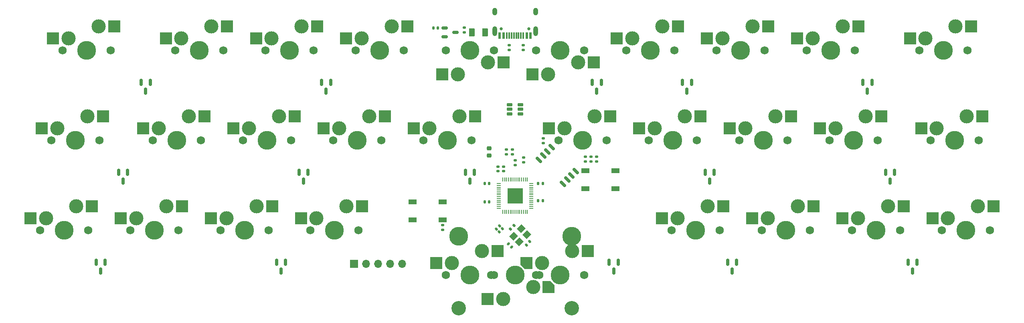
<source format=gbs>
%TF.GenerationSoftware,KiCad,Pcbnew,7.0.6*%
%TF.CreationDate,2023-07-12T00:22:12-04:00*%
%TF.ProjectId,littolRP2040,6c697474-6f6c-4525-9032-3034302e6b69,rev?*%
%TF.SameCoordinates,Original*%
%TF.FileFunction,Soldermask,Bot*%
%TF.FilePolarity,Negative*%
%FSLAX46Y46*%
G04 Gerber Fmt 4.6, Leading zero omitted, Abs format (unit mm)*
G04 Created by KiCad (PCBNEW 7.0.6) date 2023-07-12 00:22:12*
%MOMM*%
%LPD*%
G01*
G04 APERTURE LIST*
G04 Aperture macros list*
%AMRoundRect*
0 Rectangle with rounded corners*
0 $1 Rounding radius*
0 $2 $3 $4 $5 $6 $7 $8 $9 X,Y pos of 4 corners*
0 Add a 4 corners polygon primitive as box body*
4,1,4,$2,$3,$4,$5,$6,$7,$8,$9,$2,$3,0*
0 Add four circle primitives for the rounded corners*
1,1,$1+$1,$2,$3*
1,1,$1+$1,$4,$5*
1,1,$1+$1,$6,$7*
1,1,$1+$1,$8,$9*
0 Add four rect primitives between the rounded corners*
20,1,$1+$1,$2,$3,$4,$5,0*
20,1,$1+$1,$4,$5,$6,$7,0*
20,1,$1+$1,$6,$7,$8,$9,0*
20,1,$1+$1,$8,$9,$2,$3,0*%
%AMRotRect*
0 Rectangle, with rotation*
0 The origin of the aperture is its center*
0 $1 length*
0 $2 width*
0 $3 Rotation angle, in degrees counterclockwise*
0 Add horizontal line*
21,1,$1,$2,0,0,$3*%
%AMOutline5P*
0 Free polygon, 5 corners , with rotation*
0 The origin of the aperture is its center*
0 number of corners: always 5*
0 $1 to $10 corner X, Y*
0 $11 Rotation angle, in degrees counterclockwise*
0 create outline with 5 corners*
4,1,5,$1,$2,$3,$4,$5,$6,$7,$8,$9,$10,$1,$2,$11*%
%AMOutline6P*
0 Free polygon, 6 corners , with rotation*
0 The origin of the aperture is its center*
0 number of corners: always 6*
0 $1 to $12 corner X, Y*
0 $13 Rotation angle, in degrees counterclockwise*
0 create outline with 6 corners*
4,1,6,$1,$2,$3,$4,$5,$6,$7,$8,$9,$10,$11,$12,$1,$2,$13*%
%AMOutline7P*
0 Free polygon, 7 corners , with rotation*
0 The origin of the aperture is its center*
0 number of corners: always 7*
0 $1 to $14 corner X, Y*
0 $15 Rotation angle, in degrees counterclockwise*
0 create outline with 7 corners*
4,1,7,$1,$2,$3,$4,$5,$6,$7,$8,$9,$10,$11,$12,$13,$14,$1,$2,$15*%
%AMOutline8P*
0 Free polygon, 8 corners , with rotation*
0 The origin of the aperture is its center*
0 number of corners: always 8*
0 $1 to $16 corner X, Y*
0 $17 Rotation angle, in degrees counterclockwise*
0 create outline with 8 corners*
4,1,8,$1,$2,$3,$4,$5,$6,$7,$8,$9,$10,$11,$12,$13,$14,$15,$16,$1,$2,$17*%
G04 Aperture macros list end*
%ADD10C,3.048000*%
%ADD11C,3.987800*%
%ADD12C,1.750000*%
%ADD13C,3.000000*%
%ADD14Outline5P,-1.275000X1.250000X1.275000X1.250000X1.275000X-1.250000X-0.400000X-1.250000X-1.275000X-0.375000X180.000000*%
%ADD15R,2.550000X2.500000*%
%ADD16Outline5P,-1.275000X1.250000X1.275000X1.250000X1.275000X-1.250000X-0.400000X-1.250000X-1.275000X-0.375000X0.000000*%
%ADD17R,1.700000X1.700000*%
%ADD18O,1.700000X1.700000*%
%ADD19RoundRect,0.140000X-0.140000X-0.170000X0.140000X-0.170000X0.140000X0.170000X-0.140000X0.170000X0*%
%ADD20RoundRect,0.150000X-0.150000X0.587500X-0.150000X-0.587500X0.150000X-0.587500X0.150000X0.587500X0*%
%ADD21RoundRect,0.140000X0.170000X-0.140000X0.170000X0.140000X-0.170000X0.140000X-0.170000X-0.140000X0*%
%ADD22RoundRect,0.250000X0.375000X0.625000X-0.375000X0.625000X-0.375000X-0.625000X0.375000X-0.625000X0*%
%ADD23RoundRect,0.150000X-0.512500X-0.150000X0.512500X-0.150000X0.512500X0.150000X-0.512500X0.150000X0*%
%ADD24RotRect,1.400000X1.200000X45.000000*%
%ADD25RoundRect,0.140000X0.021213X-0.219203X0.219203X-0.021213X-0.021213X0.219203X-0.219203X0.021213X0*%
%ADD26RoundRect,0.135000X-0.185000X0.135000X-0.185000X-0.135000X0.185000X-0.135000X0.185000X0.135000X0*%
%ADD27RoundRect,0.140000X-0.021213X0.219203X-0.219203X0.021213X0.021213X-0.219203X0.219203X-0.021213X0*%
%ADD28RoundRect,0.135000X0.185000X-0.135000X0.185000X0.135000X-0.185000X0.135000X-0.185000X-0.135000X0*%
%ADD29RoundRect,0.150000X0.475000X0.150000X-0.475000X0.150000X-0.475000X-0.150000X0.475000X-0.150000X0*%
%ADD30RoundRect,0.140000X0.140000X0.170000X-0.140000X0.170000X-0.140000X-0.170000X0.140000X-0.170000X0*%
%ADD31RoundRect,0.225000X0.250000X-0.225000X0.250000X0.225000X-0.250000X0.225000X-0.250000X-0.225000X0*%
%ADD32RoundRect,0.050000X0.387500X0.050000X-0.387500X0.050000X-0.387500X-0.050000X0.387500X-0.050000X0*%
%ADD33RoundRect,0.050000X0.050000X0.387500X-0.050000X0.387500X-0.050000X-0.387500X0.050000X-0.387500X0*%
%ADD34R,3.200000X3.200000*%
%ADD35RoundRect,0.150000X0.565685X-0.353553X-0.353553X0.565685X-0.565685X0.353553X0.353553X-0.565685X0*%
%ADD36RoundRect,0.135000X0.035355X-0.226274X0.226274X-0.035355X-0.035355X0.226274X-0.226274X0.035355X0*%
%ADD37R,1.700000X1.000000*%
%ADD38C,0.650000*%
%ADD39R,0.600000X1.450000*%
%ADD40R,0.300000X1.450000*%
%ADD41O,1.000000X1.600000*%
%ADD42O,1.000000X2.100000*%
%ADD43RoundRect,0.140000X0.219203X0.021213X0.021213X0.219203X-0.219203X-0.021213X-0.021213X-0.219203X0*%
G04 APERTURE END LIST*
D10*
%TO.C,MX19*%
X164338384Y-129619684D03*
D11*
X164338384Y-114379684D03*
D12*
X157480384Y-122634684D03*
D13*
X156210384Y-125174684D03*
D11*
X152400384Y-122634684D03*
D13*
X149860384Y-127714684D03*
D12*
X147320384Y-122634684D03*
D10*
X140462384Y-129619684D03*
D11*
X140462384Y-114379684D03*
D14*
X159485384Y-125174684D03*
D15*
X146558384Y-127714684D03*
%TD*%
D12*
%TO.C,MX18*%
X156845408Y-122634684D03*
D13*
X158115408Y-120094684D03*
D11*
X161925408Y-122634684D03*
D13*
X164465408Y-117554684D03*
D12*
X167005408Y-122634684D03*
D16*
X154840408Y-120094684D03*
D15*
X167767408Y-117554684D03*
%TD*%
D17*
%TO.C,J2*%
X118427824Y-120253428D03*
D18*
X120967824Y-120253428D03*
X123507824Y-120253428D03*
X126047824Y-120253428D03*
X128587824Y-120253428D03*
%TD*%
D12*
%TO.C,MX24*%
X199727847Y-94059612D03*
D13*
X200997847Y-91519612D03*
D11*
X204807847Y-94059612D03*
D13*
X207347847Y-88979612D03*
D12*
X209887847Y-94059612D03*
D15*
X197722847Y-91519612D03*
X210649847Y-88979612D03*
%TD*%
D12*
%TO.C,MX25*%
X204490359Y-113109660D03*
D13*
X205760359Y-110569660D03*
D11*
X209570359Y-113109660D03*
D13*
X212110359Y-108029660D03*
D12*
X214650359Y-113109660D03*
D15*
X202485359Y-110569660D03*
X215412359Y-108029660D03*
%TD*%
D12*
%TO.C,MX1*%
X56812825Y-75009564D03*
D13*
X58082825Y-72469564D03*
D11*
X61892825Y-75009564D03*
D13*
X64432825Y-69929564D03*
D12*
X66972825Y-75009564D03*
D15*
X54807825Y-72469564D03*
X67734825Y-69929564D03*
%TD*%
D12*
%TO.C,MX17*%
X161588089Y-94059612D03*
D13*
X162858089Y-91519612D03*
D11*
X166668089Y-94059612D03*
D13*
X169208089Y-88979612D03*
D12*
X171748089Y-94059612D03*
D15*
X159583089Y-91519612D03*
X172510089Y-88979612D03*
%TD*%
D12*
%TO.C,MX27*%
X218777895Y-94059612D03*
D13*
X220047895Y-91519612D03*
D11*
X223857895Y-94059612D03*
D13*
X226397895Y-88979612D03*
D12*
X228937895Y-94059612D03*
D15*
X216772895Y-91519612D03*
X229699895Y-88979612D03*
%TD*%
D12*
%TO.C,MX2*%
X54471231Y-94059612D03*
D13*
X55741231Y-91519612D03*
D11*
X59551231Y-94059612D03*
D13*
X62091231Y-88979612D03*
D12*
X64631231Y-94059612D03*
D15*
X52466231Y-91519612D03*
X65393231Y-88979612D03*
%TD*%
D12*
%TO.C,MX5*%
X75862873Y-94059612D03*
D13*
X77132873Y-91519612D03*
D11*
X80942873Y-94059612D03*
D13*
X83482873Y-88979612D03*
D12*
X86022873Y-94059612D03*
D15*
X73857873Y-91519612D03*
X86784873Y-88979612D03*
%TD*%
D12*
%TO.C,MX22*%
X185440311Y-113109660D03*
D13*
X186710311Y-110569660D03*
D11*
X190520311Y-113109660D03*
D13*
X193060311Y-108029660D03*
D12*
X195600311Y-113109660D03*
D15*
X183435311Y-110569660D03*
X196362311Y-108029660D03*
%TD*%
D12*
%TO.C,MX3*%
X52070144Y-113109660D03*
D13*
X53340144Y-110569660D03*
D11*
X57150144Y-113109660D03*
D13*
X59690144Y-108029660D03*
D12*
X62230144Y-113109660D03*
D15*
X50065144Y-110569660D03*
X62992144Y-108029660D03*
%TD*%
D12*
%TO.C,MX11*%
X113982800Y-94059612D03*
D13*
X115252800Y-91519612D03*
D11*
X119062800Y-94059612D03*
D13*
X121602800Y-88979612D03*
D12*
X124142800Y-94059612D03*
D15*
X111977800Y-91519612D03*
X124904800Y-88979612D03*
%TD*%
D12*
%TO.C,MX14*%
X133013017Y-94059612D03*
D13*
X134283017Y-91519612D03*
D11*
X138093017Y-94059612D03*
D13*
X140633017Y-88979612D03*
D12*
X143173017Y-94059612D03*
D15*
X131008017Y-91519612D03*
X143935017Y-88979612D03*
%TD*%
D12*
%TO.C,MX8*%
X94912921Y-94059612D03*
D13*
X96182921Y-91519612D03*
D11*
X99992921Y-94059612D03*
D13*
X102532921Y-88979612D03*
D12*
X105072921Y-94059612D03*
D15*
X92907921Y-91519612D03*
X105834921Y-88979612D03*
%TD*%
D12*
%TO.C,MX10*%
X118725481Y-75009564D03*
D13*
X119995481Y-72469564D03*
D11*
X123805481Y-75009564D03*
D13*
X126345481Y-69929564D03*
D12*
X128885481Y-75009564D03*
D15*
X116720481Y-72469564D03*
X129647481Y-69929564D03*
%TD*%
D12*
%TO.C,MX7*%
X99715095Y-75009564D03*
D13*
X100985095Y-72469564D03*
D11*
X104795095Y-75009564D03*
D13*
X107335095Y-69929564D03*
D12*
X109875095Y-75009564D03*
D15*
X97710095Y-72469564D03*
X110637095Y-69929564D03*
%TD*%
D12*
%TO.C,MX15*%
X137795360Y-122634684D03*
D13*
X139065360Y-120094684D03*
D11*
X142875360Y-122634684D03*
D13*
X145415360Y-117554684D03*
D12*
X147955360Y-122634684D03*
D15*
X135790360Y-120094684D03*
X148717360Y-117554684D03*
%TD*%
D12*
%TO.C,MX9*%
X90190071Y-113109660D03*
D13*
X91460071Y-110569660D03*
D11*
X95270071Y-113109660D03*
D13*
X97810071Y-108029660D03*
D12*
X100350071Y-113109660D03*
D15*
X88185071Y-110569660D03*
X101112071Y-108029660D03*
%TD*%
D12*
%TO.C,MX29*%
X237808112Y-75009564D03*
D13*
X239078112Y-72469564D03*
D11*
X242888112Y-75009564D03*
D13*
X245428112Y-69929564D03*
D12*
X247968112Y-75009564D03*
D15*
X235803112Y-72469564D03*
X248730112Y-69929564D03*
%TD*%
D12*
%TO.C,MX12*%
X109200457Y-113109660D03*
D13*
X110470457Y-110569660D03*
D11*
X114280457Y-113109660D03*
D13*
X116820457Y-108029660D03*
D12*
X119360457Y-113109660D03*
D15*
X107195457Y-110569660D03*
X120122457Y-108029660D03*
%TD*%
D12*
%TO.C,MX21*%
X180638137Y-94059612D03*
D13*
X181908137Y-91519612D03*
D11*
X185718137Y-94059612D03*
D13*
X188258137Y-88979612D03*
D12*
X190798137Y-94059612D03*
D15*
X178633137Y-91519612D03*
X191560137Y-88979612D03*
%TD*%
D12*
%TO.C,MX6*%
X71140023Y-113109660D03*
D13*
X72410023Y-110569660D03*
D11*
X76220023Y-113109660D03*
D13*
X78760023Y-108029660D03*
D12*
X81300023Y-113109660D03*
D15*
X69135023Y-110569660D03*
X82062023Y-108029660D03*
%TD*%
D12*
%TO.C,MX30*%
X240169537Y-94059612D03*
D13*
X241439537Y-91519612D03*
D11*
X245249537Y-94059612D03*
D13*
X247789537Y-88979612D03*
D12*
X250329537Y-94059612D03*
D15*
X238164537Y-91519612D03*
X251091537Y-88979612D03*
%TD*%
D12*
%TO.C,MX13*%
X147935529Y-75009564D03*
D13*
X146665529Y-77549564D03*
D11*
X142855529Y-75009564D03*
D13*
X140315529Y-80089564D03*
D12*
X137775529Y-75009564D03*
D15*
X149940529Y-77549564D03*
X137013529Y-80089564D03*
%TD*%
D12*
%TO.C,MX16*%
X166985577Y-75009564D03*
D13*
X165715577Y-77549564D03*
D11*
X161905577Y-75009564D03*
D13*
X159365577Y-80089564D03*
D12*
X156825577Y-75009564D03*
D15*
X168990577Y-77549564D03*
X156063577Y-80089564D03*
%TD*%
D12*
%TO.C,MX28*%
X223520576Y-113109660D03*
D13*
X224790576Y-110569660D03*
D11*
X228600576Y-113109660D03*
D13*
X231140576Y-108029660D03*
D12*
X233680576Y-113109660D03*
D15*
X221515576Y-110569660D03*
X234442576Y-108029660D03*
%TD*%
D12*
%TO.C,MX26*%
X213995552Y-75009564D03*
D13*
X215265552Y-72469564D03*
D11*
X219075552Y-75009564D03*
D13*
X221615552Y-69929564D03*
D12*
X224155552Y-75009564D03*
D15*
X211990552Y-72469564D03*
X224917552Y-69929564D03*
%TD*%
D12*
%TO.C,MX31*%
X242550793Y-113109660D03*
D13*
X243820793Y-110569660D03*
D11*
X247630793Y-113109660D03*
D13*
X250170793Y-108029660D03*
D12*
X252710793Y-113109660D03*
D15*
X240545793Y-110569660D03*
X253472793Y-108029660D03*
%TD*%
D12*
%TO.C,MX20*%
X175875625Y-75009564D03*
D13*
X177145625Y-72469564D03*
D11*
X180955625Y-75009564D03*
D13*
X183495625Y-69929564D03*
D12*
X186035625Y-75009564D03*
D15*
X173870625Y-72469564D03*
X186797625Y-69929564D03*
%TD*%
D12*
%TO.C,MX4*%
X80665047Y-75009564D03*
D13*
X81935047Y-72469564D03*
D11*
X85745047Y-75009564D03*
D13*
X88285047Y-69929564D03*
D12*
X90825047Y-75009564D03*
D15*
X78660047Y-72469564D03*
X91587047Y-69929564D03*
%TD*%
D12*
%TO.C,MX23*%
X194945504Y-75009564D03*
D13*
X196215504Y-72469564D03*
D11*
X200025504Y-75009564D03*
D13*
X202565504Y-69929564D03*
D12*
X205105504Y-75009564D03*
D15*
X192940504Y-72469564D03*
X205867504Y-69929564D03*
%TD*%
D19*
%TO.C,C13*%
X157278210Y-103231508D03*
X158238210Y-103231508D03*
%TD*%
D20*
%TO.C,D2*%
X68701738Y-100861194D03*
X70601738Y-100861194D03*
X69651738Y-102736194D03*
%TD*%
D21*
%TO.C,C1*%
X141684732Y-71197052D03*
X141684732Y-70237052D03*
%TD*%
D22*
%TO.C,F1*%
X146061302Y-71197052D03*
X143261302Y-71197052D03*
%TD*%
D23*
%TO.C,U2*%
X137570662Y-72147052D03*
X137570662Y-70247052D03*
X139845662Y-71197052D03*
%TD*%
D20*
%TO.C,D10*%
X187764538Y-81811146D03*
X189664538Y-81811146D03*
X188714538Y-83686146D03*
%TD*%
D21*
%TO.C,C6*%
X150019128Y-100608066D03*
X150019128Y-99648066D03*
%TD*%
D24*
%TO.C,Y1*%
X152110013Y-114374925D03*
X153665648Y-112819290D03*
X154867729Y-114021371D03*
X153312094Y-115577006D03*
%TD*%
D21*
%TO.C,C5*%
X158353524Y-94654926D03*
X158353524Y-93694926D03*
%TD*%
D25*
%TO.C,C3*%
X154833263Y-116221361D03*
X155512085Y-115542539D03*
%TD*%
D20*
%TO.C,D15*%
X235389658Y-119911242D03*
X237289658Y-119911242D03*
X236339658Y-121786242D03*
%TD*%
D26*
%TO.C,R6*%
X169664490Y-97512438D03*
X169664490Y-98532438D03*
%TD*%
D27*
%TO.C,C8*%
X149167911Y-112174935D03*
X148489089Y-112853757D03*
%TD*%
D20*
%TO.C,D11*%
X192527050Y-100861194D03*
X194427050Y-100861194D03*
X193477050Y-102736194D03*
%TD*%
D28*
%TO.C,R9*%
X137095650Y-113024346D03*
X137095650Y-112004346D03*
%TD*%
D29*
%TO.C,U1*%
X153575384Y-86561158D03*
X153575384Y-87511158D03*
X153575384Y-88461158D03*
X151225384Y-88461158D03*
X151225384Y-87511158D03*
X151225384Y-86561158D03*
%TD*%
D28*
%TO.C,R7*%
X168473862Y-98532438D03*
X168473862Y-97512438D03*
%TD*%
D30*
%TO.C,C14*%
X146927244Y-107156520D03*
X145967244Y-107156520D03*
%TD*%
D28*
%TO.C,R2*%
X154150384Y-74924250D03*
X154150384Y-73904250D03*
%TD*%
D20*
%TO.C,D6*%
X102039322Y-119911242D03*
X103939322Y-119911242D03*
X102989322Y-121786242D03*
%TD*%
D31*
%TO.C,C9*%
X146927244Y-97301182D03*
X146927244Y-95751182D03*
%TD*%
D32*
%TO.C,U4*%
X155837884Y-103231508D03*
X155837884Y-103631508D03*
X155837884Y-104031508D03*
X155837884Y-104431508D03*
X155837884Y-104831508D03*
X155837884Y-105231508D03*
X155837884Y-105631508D03*
X155837884Y-106031508D03*
X155837884Y-106431508D03*
X155837884Y-106831508D03*
X155837884Y-107231508D03*
X155837884Y-107631508D03*
X155837884Y-108031508D03*
X155837884Y-108431508D03*
D33*
X155000384Y-109269008D03*
X154600384Y-109269008D03*
X154200384Y-109269008D03*
X153800384Y-109269008D03*
X153400384Y-109269008D03*
X153000384Y-109269008D03*
X152600384Y-109269008D03*
X152200384Y-109269008D03*
X151800384Y-109269008D03*
X151400384Y-109269008D03*
X151000384Y-109269008D03*
X150600384Y-109269008D03*
X150200384Y-109269008D03*
X149800384Y-109269008D03*
D32*
X148962884Y-108431508D03*
X148962884Y-108031508D03*
X148962884Y-107631508D03*
X148962884Y-107231508D03*
X148962884Y-106831508D03*
X148962884Y-106431508D03*
X148962884Y-106031508D03*
X148962884Y-105631508D03*
X148962884Y-105231508D03*
X148962884Y-104831508D03*
X148962884Y-104431508D03*
X148962884Y-104031508D03*
X148962884Y-103631508D03*
X148962884Y-103231508D03*
D33*
X149800384Y-102394008D03*
X150200384Y-102394008D03*
X150600384Y-102394008D03*
X151000384Y-102394008D03*
X151400384Y-102394008D03*
X151800384Y-102394008D03*
X152200384Y-102394008D03*
X152600384Y-102394008D03*
X153000384Y-102394008D03*
X153400384Y-102394008D03*
X153800384Y-102394008D03*
X154200384Y-102394008D03*
X154600384Y-102394008D03*
X155000384Y-102394008D03*
D34*
X152400384Y-105831508D03*
%TD*%
D20*
%TO.C,D12*%
X197289562Y-119911242D03*
X199189562Y-119911242D03*
X198239562Y-121786242D03*
%TD*%
D35*
%TO.C,U3*%
X165222717Y-100615984D03*
X164324691Y-101514010D03*
X163426666Y-102412035D03*
X162528640Y-103310061D03*
X157437471Y-98218892D03*
X158335497Y-97320866D03*
X159233522Y-96422841D03*
X160131548Y-95524815D03*
%TD*%
D20*
%TO.C,D9*%
X172286374Y-119911242D03*
X174186374Y-119911242D03*
X173236374Y-121786242D03*
%TD*%
D21*
%TO.C,C11*%
X148828500Y-100608066D03*
X148828500Y-99648066D03*
%TD*%
D26*
%TO.C,R8*%
X167283234Y-97512438D03*
X167283234Y-98532438D03*
%TD*%
D20*
%TO.C,D5*%
X106801834Y-100861194D03*
X108701834Y-100861194D03*
X107751834Y-102736194D03*
%TD*%
D36*
%TO.C,R5*%
X151444446Y-112874970D03*
X152165694Y-112153722D03*
%TD*%
D19*
%TO.C,C15*%
X157278210Y-106831508D03*
X158238210Y-106831508D03*
%TD*%
D20*
%TO.C,D4*%
X111564346Y-81811146D03*
X113464346Y-81811146D03*
X112514346Y-83686146D03*
%TD*%
%TO.C,D3*%
X63939226Y-119911242D03*
X65839226Y-119911242D03*
X64889226Y-121786242D03*
%TD*%
%TO.C,D8*%
X141925360Y-100861194D03*
X143825360Y-100861194D03*
X142875360Y-102736194D03*
%TD*%
%TO.C,D1*%
X73464250Y-81811146D03*
X75364250Y-81811146D03*
X74414250Y-83686146D03*
%TD*%
D28*
%TO.C,R4*%
X150614442Y-97036182D03*
X150614442Y-96016182D03*
%TD*%
D30*
%TO.C,C2*%
X136096278Y-70247052D03*
X135136278Y-70247052D03*
%TD*%
D27*
%TO.C,C16*%
X149763225Y-112770249D03*
X149084403Y-113449071D03*
%TD*%
D37*
%TO.C,RESET1*%
X130795650Y-110956520D03*
X137095650Y-110956520D03*
X130795650Y-107156520D03*
X137095650Y-107156520D03*
%TD*%
D21*
%TO.C,C7*%
X154186326Y-98706810D03*
X154186326Y-97746810D03*
%TD*%
D26*
%TO.C,R1*%
X151150384Y-73904250D03*
X151150384Y-74924250D03*
%TD*%
D21*
%TO.C,C12*%
X152400384Y-99302124D03*
X152400384Y-98342124D03*
%TD*%
D20*
%TO.C,D13*%
X225864634Y-81811146D03*
X227764634Y-81811146D03*
X226814634Y-83686146D03*
%TD*%
D38*
%TO.C,J1*%
X149510384Y-70465796D03*
X155290384Y-70465796D03*
D39*
X149150384Y-71910796D03*
X149950384Y-71910796D03*
D40*
X151150384Y-71910796D03*
X152150384Y-71910796D03*
X152650384Y-71910796D03*
X153650384Y-71910796D03*
D39*
X154850384Y-71910796D03*
X155650384Y-71910796D03*
X155650384Y-71910796D03*
X154850384Y-71910796D03*
D40*
X154150384Y-71910796D03*
X153150384Y-71910796D03*
X151650384Y-71910796D03*
X150650384Y-71910796D03*
D39*
X149950384Y-71910796D03*
X149150384Y-71910796D03*
D41*
X148080384Y-66815796D03*
D42*
X148080384Y-70995796D03*
D41*
X156720384Y-66815796D03*
D42*
X156720384Y-70995796D03*
%TD*%
D28*
%TO.C,R3*%
X151805070Y-97036182D03*
X151805070Y-96016182D03*
%TD*%
D20*
%TO.C,D7*%
X168714490Y-81811146D03*
X170614490Y-81811146D03*
X169664490Y-83686146D03*
%TD*%
D43*
%TO.C,C4*%
X151702930Y-116662911D03*
X151024108Y-115984089D03*
%TD*%
D20*
%TO.C,D14*%
X230627146Y-100861194D03*
X232527146Y-100861194D03*
X231577146Y-102736194D03*
%TD*%
D30*
%TO.C,C10*%
X146927244Y-103231508D03*
X145967244Y-103231508D03*
%TD*%
D37*
%TO.C,BOOT1*%
X173583234Y-100494008D03*
X167283234Y-100494008D03*
X173583234Y-104294008D03*
X167283234Y-104294008D03*
%TD*%
M02*

</source>
